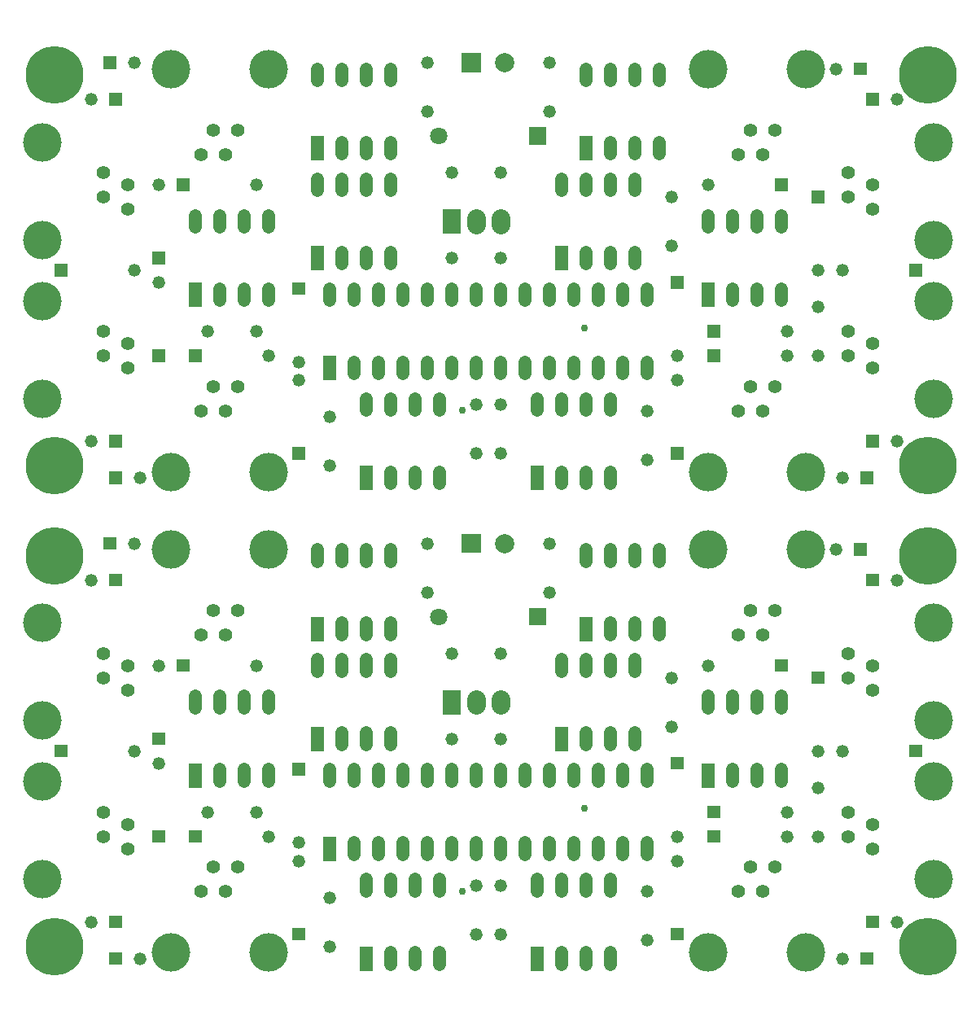
<source format=gbs>
%FSLAX24Y24*%
%MOIN*%
%ADD10C,0.0300*%
%ADD11C,0.0520*%
%ADD12C,0.0551*%
%ADD13C,0.0709*%
%ADD14C,0.0750*%
%ADD15C,0.0787*%
%ADD16C,0.1575*%
%ADD17C,0.2362*%
D10*
G01X23447Y7648D03*
X18424Y4263D03*
X23447Y27333D03*
X18424Y23948D03*
D11*
G01X17000Y18500D03*
X17000Y16500D03*
X8000Y7500D03*
X10000Y7500D03*
X10500Y6500D03*
X33000Y6500D03*
X33000Y8500D03*
X28500Y13500D03*
X22000Y18500D03*
X22000Y16500D03*
X20000Y14000D03*
X18000Y14000D03*
X20000Y4500D03*
X20000Y2500D03*
X13000Y4000D03*
X13000Y2000D03*
X27000Y11000D03*
X27000Y13000D03*
X26000Y4250D03*
X26000Y2250D03*
X25500Y18240D02*
X25500Y17760D01*
X26500Y18240D02*
X26500Y17760D01*
X23500Y18240D02*
X23500Y17760D01*
X24500Y15240D02*
X24500Y14760D01*
X25500Y15240D02*
X25500Y14760D01*
X26500Y15240D02*
X26500Y14760D01*
X24500Y18240D02*
X24500Y17760D01*
X30500Y12240D02*
X30500Y11760D01*
X31500Y12240D02*
X31500Y11760D01*
X28500Y12240D02*
X28500Y11760D01*
X29500Y9240D02*
X29500Y8760D01*
X30500Y9240D02*
X30500Y8760D01*
X31500Y9240D02*
X31500Y8760D01*
X29500Y12240D02*
X29500Y11760D01*
X33000Y10000D03*
X31750Y7500D03*
X31750Y6500D03*
X23500Y4740D02*
X23500Y4260D01*
X24500Y4740D02*
X24500Y4260D01*
X21500Y4740D02*
X21500Y4260D01*
X22500Y1740D02*
X22500Y1260D01*
X23500Y1740D02*
X23500Y1260D01*
X24500Y1740D02*
X24500Y1260D01*
X22500Y4740D02*
X22500Y4260D01*
X24500Y13740D02*
X24500Y13260D01*
X25500Y13740D02*
X25500Y13260D01*
X22500Y13740D02*
X22500Y13260D01*
X23500Y10740D02*
X23500Y10260D01*
X24500Y10740D02*
X24500Y10260D01*
X25500Y10740D02*
X25500Y10260D01*
X23500Y13740D02*
X23500Y13260D01*
X10000Y13500D03*
X6000Y13500D03*
X6000Y9500D03*
X9500Y12240D02*
X9500Y11760D01*
X10500Y12240D02*
X10500Y11760D01*
X7500Y12240D02*
X7500Y11760D01*
X8500Y9240D02*
X8500Y8760D01*
X9500Y9240D02*
X9500Y8760D01*
X10500Y9240D02*
X10500Y8760D01*
X8500Y12240D02*
X8500Y11760D01*
X14500Y18240D02*
X14500Y17760D01*
X15500Y18240D02*
X15500Y17760D01*
X12500Y18240D02*
X12500Y17760D01*
X13500Y15240D02*
X13500Y14760D01*
X14500Y15240D02*
X14500Y14760D01*
X15500Y15240D02*
X15500Y14760D01*
X13500Y18240D02*
X13500Y17760D01*
X14500Y13740D02*
X14500Y13260D01*
X15500Y13740D02*
X15500Y13260D01*
X12500Y13740D02*
X12500Y13260D01*
X13500Y10740D02*
X13500Y10260D01*
X14500Y10740D02*
X14500Y10260D01*
X15500Y10740D02*
X15500Y10260D01*
X13500Y13740D02*
X13500Y13260D01*
X16500Y4740D02*
X16500Y4260D01*
X17500Y4740D02*
X17500Y4260D01*
X14500Y4740D02*
X14500Y4260D01*
X15500Y1740D02*
X15500Y1260D01*
X16500Y1740D02*
X16500Y1260D01*
X17500Y1740D02*
X17500Y1260D01*
X15500Y4740D02*
X15500Y4260D01*
X18000Y10500D03*
X20000Y10500D03*
X19000Y9240D02*
X19000Y8760D01*
X22000Y9240D02*
X22000Y8760D01*
X16000Y9240D02*
X16000Y8760D01*
X24000Y9240D02*
X24000Y8760D01*
X13000Y9240D02*
X13000Y8760D01*
X20000Y6240D02*
X20000Y5760D01*
X23000Y9240D02*
X23000Y8760D01*
X26000Y6240D02*
X26000Y5760D01*
X24000Y6240D02*
X24000Y5760D01*
X14000Y6240D02*
X14000Y5760D01*
X23000Y6240D02*
X23000Y5760D01*
X21000Y6240D02*
X21000Y5760D01*
X18000Y9240D02*
X18000Y8760D01*
X17000Y6240D02*
X17000Y5760D01*
X17000Y9240D02*
X17000Y8760D01*
X25000Y9240D02*
X25000Y8760D01*
X25000Y6240D02*
X25000Y5760D01*
X22000Y6240D02*
X22000Y5760D01*
X16000Y6240D02*
X16000Y5760D01*
X20000Y9240D02*
X20000Y8760D01*
X26000Y9240D02*
X26000Y8760D01*
X15000Y9240D02*
X15000Y8760D01*
X15000Y6240D02*
X15000Y5760D01*
X14000Y9240D02*
X14000Y8760D01*
X19000Y6240D02*
X19000Y5760D01*
X21000Y9240D02*
X21000Y8760D01*
X18000Y6240D02*
X18000Y5760D01*
X19000Y4500D03*
X19000Y2500D03*
X5000Y18500D03*
X3250Y17000D03*
X3250Y3000D03*
X5250Y1500D03*
X11750Y5500D03*
X5000Y10000D03*
X11750Y6250D03*
X33750Y18250D03*
X36250Y17000D03*
X36250Y3000D03*
X34000Y1500D03*
X34000Y10000D03*
X27250Y5500D03*
X27250Y6500D03*
X17000Y38185D03*
X17000Y36185D03*
X8000Y27185D03*
X10000Y27185D03*
X10500Y26185D03*
X33000Y26185D03*
X33000Y28185D03*
X28500Y33185D03*
X22000Y38185D03*
X22000Y36185D03*
X20000Y33685D03*
X18000Y33685D03*
X20000Y24185D03*
X20000Y22185D03*
X13000Y23685D03*
X13000Y21685D03*
X27000Y30685D03*
X27000Y32685D03*
X26000Y23935D03*
X26000Y21935D03*
X25500Y37925D02*
X25500Y37445D01*
X26500Y37925D02*
X26500Y37445D01*
X23500Y37925D02*
X23500Y37445D01*
X24500Y34925D02*
X24500Y34445D01*
X25500Y34925D02*
X25500Y34445D01*
X26500Y34925D02*
X26500Y34445D01*
X24500Y37925D02*
X24500Y37445D01*
X30500Y31925D02*
X30500Y31445D01*
X31500Y31925D02*
X31500Y31445D01*
X28500Y31925D02*
X28500Y31445D01*
X29500Y28925D02*
X29500Y28445D01*
X30500Y28925D02*
X30500Y28445D01*
X31500Y28925D02*
X31500Y28445D01*
X29500Y31925D02*
X29500Y31445D01*
X33000Y29685D03*
X31750Y27185D03*
X31750Y26185D03*
X23500Y24425D02*
X23500Y23945D01*
X24500Y24425D02*
X24500Y23945D01*
X21500Y24425D02*
X21500Y23945D01*
X22500Y21425D02*
X22500Y20945D01*
X23500Y21425D02*
X23500Y20945D01*
X24500Y21425D02*
X24500Y20945D01*
X22500Y24425D02*
X22500Y23945D01*
X24500Y33425D02*
X24500Y32945D01*
X25500Y33425D02*
X25500Y32945D01*
X22500Y33425D02*
X22500Y32945D01*
X23500Y30425D02*
X23500Y29945D01*
X24500Y30425D02*
X24500Y29945D01*
X25500Y30425D02*
X25500Y29945D01*
X23500Y33425D02*
X23500Y32945D01*
X10000Y33185D03*
X6000Y33185D03*
X6000Y29185D03*
X9500Y31925D02*
X9500Y31445D01*
X10500Y31925D02*
X10500Y31445D01*
X7500Y31925D02*
X7500Y31445D01*
X8500Y28925D02*
X8500Y28445D01*
X9500Y28925D02*
X9500Y28445D01*
X10500Y28925D02*
X10500Y28445D01*
X8500Y31925D02*
X8500Y31445D01*
X14500Y37925D02*
X14500Y37445D01*
X15500Y37925D02*
X15500Y37445D01*
X12500Y37925D02*
X12500Y37445D01*
X13500Y34925D02*
X13500Y34445D01*
X14500Y34925D02*
X14500Y34445D01*
X15500Y34925D02*
X15500Y34445D01*
X13500Y37925D02*
X13500Y37445D01*
X14500Y33425D02*
X14500Y32945D01*
X15500Y33425D02*
X15500Y32945D01*
X12500Y33425D02*
X12500Y32945D01*
X13500Y30425D02*
X13500Y29945D01*
X14500Y30425D02*
X14500Y29945D01*
X15500Y30425D02*
X15500Y29945D01*
X13500Y33425D02*
X13500Y32945D01*
X16500Y24425D02*
X16500Y23945D01*
X17500Y24425D02*
X17500Y23945D01*
X14500Y24425D02*
X14500Y23945D01*
X15500Y21425D02*
X15500Y20945D01*
X16500Y21425D02*
X16500Y20945D01*
X17500Y21425D02*
X17500Y20945D01*
X15500Y24425D02*
X15500Y23945D01*
X18000Y30185D03*
X20000Y30185D03*
X19000Y28925D02*
X19000Y28445D01*
X22000Y28925D02*
X22000Y28445D01*
X16000Y28925D02*
X16000Y28445D01*
X24000Y28925D02*
X24000Y28445D01*
X13000Y28925D02*
X13000Y28445D01*
X20000Y25925D02*
X20000Y25445D01*
X23000Y28925D02*
X23000Y28445D01*
X26000Y25925D02*
X26000Y25445D01*
X24000Y25925D02*
X24000Y25445D01*
X14000Y25925D02*
X14000Y25445D01*
X23000Y25925D02*
X23000Y25445D01*
X21000Y25925D02*
X21000Y25445D01*
X18000Y28925D02*
X18000Y28445D01*
X17000Y25925D02*
X17000Y25445D01*
X17000Y28925D02*
X17000Y28445D01*
X25000Y28925D02*
X25000Y28445D01*
X25000Y25925D02*
X25000Y25445D01*
X22000Y25925D02*
X22000Y25445D01*
X16000Y25925D02*
X16000Y25445D01*
X20000Y28925D02*
X20000Y28445D01*
X26000Y28925D02*
X26000Y28445D01*
X15000Y28925D02*
X15000Y28445D01*
X15000Y25925D02*
X15000Y25445D01*
X14000Y28925D02*
X14000Y28445D01*
X19000Y25925D02*
X19000Y25445D01*
X21000Y28925D02*
X21000Y28445D01*
X18000Y25925D02*
X18000Y25445D01*
X19000Y24185D03*
X19000Y22185D03*
X5000Y38185D03*
X3250Y36685D03*
X3250Y22685D03*
X5250Y21185D03*
X11750Y25185D03*
X5000Y29685D03*
X11750Y25935D03*
X33750Y37935D03*
X36250Y36685D03*
X36250Y22685D03*
X34000Y21185D03*
X34000Y29685D03*
X27250Y25185D03*
X27250Y26185D03*
D12*
G01X8250Y5250D03*
X7750Y4250D03*
X9250Y5250D03*
X8750Y4250D03*
X30750Y14750D03*
X31250Y15750D03*
X29750Y14750D03*
X30250Y15750D03*
X34250Y13000D03*
X35250Y12500D03*
X34250Y14000D03*
X35250Y13500D03*
X34250Y6500D03*
X35250Y6000D03*
X34250Y7500D03*
X35250Y7000D03*
X30250Y5250D03*
X29750Y4250D03*
X31250Y5250D03*
X30750Y4250D03*
X4750Y7000D03*
X3750Y7500D03*
X4750Y6000D03*
X3750Y6500D03*
X4750Y13500D03*
X3750Y14000D03*
X4750Y12500D03*
X3750Y13000D03*
X8750Y14750D03*
X9250Y15750D03*
X7750Y14750D03*
X8250Y15750D03*
X8250Y24935D03*
X7750Y23935D03*
X9250Y24935D03*
X8750Y23935D03*
X30750Y34435D03*
X31250Y35435D03*
X29750Y34435D03*
X30250Y35435D03*
X34250Y32685D03*
X35250Y32185D03*
X34250Y33685D03*
X35250Y33185D03*
X34250Y26185D03*
X35250Y25685D03*
X34250Y27185D03*
X35250Y26685D03*
X30250Y24935D03*
X29750Y23935D03*
X31250Y24935D03*
X30750Y23935D03*
X4750Y26685D03*
X3750Y27185D03*
X4750Y25685D03*
X3750Y26185D03*
X4750Y33185D03*
X3750Y33685D03*
X4750Y32185D03*
X3750Y32685D03*
X8750Y34435D03*
X9250Y35435D03*
X7750Y34435D03*
X8250Y35435D03*
D13*
G01X17487Y15500D03*
X17487Y35185D03*
D14*
G01X20000Y12125D02*
X20000Y11875D01*
X19000Y12125D02*
X19000Y11875D01*
X20000Y31810D02*
X20000Y31560D01*
X19000Y31810D02*
X19000Y31560D01*
D15*
G01X20189Y18500D03*
X20189Y38185D03*
D16*
G01X10500Y1750D03*
X6500Y1750D03*
X28500Y18250D03*
X32500Y18250D03*
X37750Y15250D03*
X37750Y11250D03*
X37750Y8750D03*
X37750Y4750D03*
X32500Y1750D03*
X28500Y1750D03*
X1250Y4750D03*
X1250Y8750D03*
X1250Y11250D03*
X1250Y15250D03*
X6500Y18250D03*
X10500Y18250D03*
X10500Y21435D03*
X6500Y21435D03*
X28500Y37935D03*
X32500Y37935D03*
X37750Y34935D03*
X37750Y30935D03*
X37750Y28435D03*
X37750Y24435D03*
X32500Y21435D03*
X28500Y21435D03*
X1250Y24435D03*
X1250Y28435D03*
X1250Y30935D03*
X1250Y34935D03*
X6500Y37935D03*
X10500Y37935D03*
D17*
G01X1750Y18000D03*
X37500Y18000D03*
X1750Y2000D03*
X37500Y2000D03*
X1750Y37685D03*
X37500Y37685D03*
X1750Y21685D03*
X37500Y21685D03*
G36*
X21157Y15145D02*
X21866Y15145D01*
X21866Y15854D01*
X21157Y15854D01*
X21157Y15145D01*
G37*
G36*
X7760Y6760D02*
X7240Y6760D01*
X7240Y6240D01*
X7760Y6240D01*
X7760Y6760D01*
G37*
G36*
X19204Y18893D02*
X18417Y18893D01*
X18417Y18106D01*
X19204Y18106D01*
X19204Y18893D01*
G37*
G36*
X31240Y13240D02*
X31760Y13240D01*
X31760Y13760D01*
X31240Y13760D01*
X31240Y13240D01*
G37*
G36*
X18375Y12500D02*
X17625Y12500D01*
X17625Y11500D01*
X18375Y11500D01*
X18375Y12500D01*
G37*
G36*
X23760Y15500D02*
X23240Y15500D01*
X23240Y14500D01*
X23760Y14500D01*
X23760Y15500D01*
G37*
G36*
X28760Y9500D02*
X28240Y9500D01*
X28240Y8500D01*
X28760Y8500D01*
X28760Y9500D01*
G37*
G36*
X33260Y12740D02*
X33260Y13260D01*
X32740Y13260D01*
X32740Y12740D01*
X33260Y12740D01*
G37*
G36*
X29010Y7760D02*
X28490Y7760D01*
X28490Y7240D01*
X29010Y7240D01*
X29010Y7760D01*
G37*
G36*
X29010Y6760D02*
X28490Y6760D01*
X28490Y6240D01*
X29010Y6240D01*
X29010Y6760D01*
G37*
G36*
X21760Y2000D02*
X21240Y2000D01*
X21240Y1000D01*
X21760Y1000D01*
X21760Y2000D01*
G37*
G36*
X22760Y11000D02*
X22240Y11000D01*
X22240Y10000D01*
X22760Y10000D01*
X22760Y11000D01*
G37*
G36*
X7260Y13760D02*
X6740Y13760D01*
X6740Y13240D01*
X7260Y13240D01*
X7260Y13760D01*
G37*
G36*
X5740Y10760D02*
X5740Y10240D01*
X6260Y10240D01*
X6260Y10760D01*
X5740Y10760D01*
G37*
G36*
X5740Y6760D02*
X5740Y6240D01*
X6260Y6240D01*
X6260Y6760D01*
X5740Y6760D01*
G37*
G36*
X7760Y9500D02*
X7240Y9500D01*
X7240Y8500D01*
X7760Y8500D01*
X7760Y9500D01*
G37*
G36*
X12760Y15500D02*
X12240Y15500D01*
X12240Y14500D01*
X12760Y14500D01*
X12760Y15500D01*
G37*
G36*
X12760Y11000D02*
X12240Y11000D01*
X12240Y10000D01*
X12760Y10000D01*
X12760Y11000D01*
G37*
G36*
X14760Y2000D02*
X14240Y2000D01*
X14240Y1000D01*
X14760Y1000D01*
X14760Y2000D01*
G37*
G36*
X13260Y6500D02*
X12740Y6500D01*
X12740Y5500D01*
X13260Y5500D01*
X13260Y6500D01*
G37*
G36*
X4260Y18760D02*
X3740Y18760D01*
X3740Y18240D01*
X4260Y18240D01*
X4260Y18760D01*
G37*
G36*
X3990Y16740D02*
X4510Y16740D01*
X4510Y17260D01*
X3990Y17260D01*
X3990Y16740D01*
G37*
G36*
X3990Y2740D02*
X4510Y2740D01*
X4510Y3260D01*
X3990Y3260D01*
X3990Y2740D01*
G37*
G36*
X4510Y1760D02*
X3990Y1760D01*
X3990Y1240D01*
X4510Y1240D01*
X4510Y1760D01*
G37*
G36*
X11490Y2760D02*
X11490Y2240D01*
X12010Y2240D01*
X12010Y2760D01*
X11490Y2760D01*
G37*
G36*
X2260Y10260D02*
X1740Y10260D01*
X1740Y9740D01*
X2260Y9740D01*
X2260Y10260D01*
G37*
G36*
X12010Y8990D02*
X12010Y9510D01*
X11490Y9510D01*
X11490Y8990D01*
X12010Y8990D01*
G37*
G36*
X34490Y17990D02*
X35010Y17990D01*
X35010Y18510D01*
X34490Y18510D01*
X34490Y17990D01*
G37*
G36*
X35510Y17260D02*
X34990Y17260D01*
X34990Y16740D01*
X35510Y16740D01*
X35510Y17260D01*
G37*
G36*
X35510Y3260D02*
X34990Y3260D01*
X34990Y2740D01*
X35510Y2740D01*
X35510Y3260D01*
G37*
G36*
X34740Y1240D02*
X35260Y1240D01*
X35260Y1760D01*
X34740Y1760D01*
X34740Y1240D01*
G37*
G36*
X36740Y9740D02*
X37260Y9740D01*
X37260Y10260D01*
X36740Y10260D01*
X36740Y9740D01*
G37*
G36*
X26990Y2760D02*
X26990Y2240D01*
X27510Y2240D01*
X27510Y2760D01*
X26990Y2760D01*
G37*
G36*
X27510Y9240D02*
X27510Y9760D01*
X26990Y9760D01*
X26990Y9240D01*
X27510Y9240D01*
G37*
G36*
X21157Y34830D02*
X21866Y34830D01*
X21866Y35539D01*
X21157Y35539D01*
X21157Y34830D01*
G37*
G36*
X7760Y26445D02*
X7240Y26445D01*
X7240Y25925D01*
X7760Y25925D01*
X7760Y26445D01*
G37*
G36*
X19204Y38578D02*
X18417Y38578D01*
X18417Y37791D01*
X19204Y37791D01*
X19204Y38578D01*
G37*
G36*
X31240Y32925D02*
X31760Y32925D01*
X31760Y33445D01*
X31240Y33445D01*
X31240Y32925D01*
G37*
G36*
X18375Y32185D02*
X17625Y32185D01*
X17625Y31185D01*
X18375Y31185D01*
X18375Y32185D01*
G37*
G36*
X23760Y35185D02*
X23240Y35185D01*
X23240Y34185D01*
X23760Y34185D01*
X23760Y35185D01*
G37*
G36*
X28760Y29185D02*
X28240Y29185D01*
X28240Y28185D01*
X28760Y28185D01*
X28760Y29185D01*
G37*
G36*
X33260Y32425D02*
X33260Y32945D01*
X32740Y32945D01*
X32740Y32425D01*
X33260Y32425D01*
G37*
G36*
X29010Y27445D02*
X28490Y27445D01*
X28490Y26925D01*
X29010Y26925D01*
X29010Y27445D01*
G37*
G36*
X29010Y26445D02*
X28490Y26445D01*
X28490Y25925D01*
X29010Y25925D01*
X29010Y26445D01*
G37*
G36*
X21760Y21685D02*
X21240Y21685D01*
X21240Y20685D01*
X21760Y20685D01*
X21760Y21685D01*
G37*
G36*
X22760Y30685D02*
X22240Y30685D01*
X22240Y29685D01*
X22760Y29685D01*
X22760Y30685D01*
G37*
G36*
X7260Y33445D02*
X6740Y33445D01*
X6740Y32925D01*
X7260Y32925D01*
X7260Y33445D01*
G37*
G36*
X5740Y30445D02*
X5740Y29925D01*
X6260Y29925D01*
X6260Y30445D01*
X5740Y30445D01*
G37*
G36*
X5740Y26445D02*
X5740Y25925D01*
X6260Y25925D01*
X6260Y26445D01*
X5740Y26445D01*
G37*
G36*
X7760Y29185D02*
X7240Y29185D01*
X7240Y28185D01*
X7760Y28185D01*
X7760Y29185D01*
G37*
G36*
X12760Y35185D02*
X12240Y35185D01*
X12240Y34185D01*
X12760Y34185D01*
X12760Y35185D01*
G37*
G36*
X12760Y30685D02*
X12240Y30685D01*
X12240Y29685D01*
X12760Y29685D01*
X12760Y30685D01*
G37*
G36*
X14760Y21685D02*
X14240Y21685D01*
X14240Y20685D01*
X14760Y20685D01*
X14760Y21685D01*
G37*
G36*
X13260Y26185D02*
X12740Y26185D01*
X12740Y25185D01*
X13260Y25185D01*
X13260Y26185D01*
G37*
G36*
X4260Y38445D02*
X3740Y38445D01*
X3740Y37925D01*
X4260Y37925D01*
X4260Y38445D01*
G37*
G36*
X3990Y36425D02*
X4510Y36425D01*
X4510Y36945D01*
X3990Y36945D01*
X3990Y36425D01*
G37*
G36*
X3990Y22425D02*
X4510Y22425D01*
X4510Y22945D01*
X3990Y22945D01*
X3990Y22425D01*
G37*
G36*
X4510Y21445D02*
X3990Y21445D01*
X3990Y20925D01*
X4510Y20925D01*
X4510Y21445D01*
G37*
G36*
X11490Y22445D02*
X11490Y21925D01*
X12010Y21925D01*
X12010Y22445D01*
X11490Y22445D01*
G37*
G36*
X2260Y29945D02*
X1740Y29945D01*
X1740Y29425D01*
X2260Y29425D01*
X2260Y29945D01*
G37*
G36*
X12010Y28675D02*
X12010Y29195D01*
X11490Y29195D01*
X11490Y28675D01*
X12010Y28675D01*
G37*
G36*
X34490Y37675D02*
X35010Y37675D01*
X35010Y38195D01*
X34490Y38195D01*
X34490Y37675D01*
G37*
G36*
X35510Y36945D02*
X34990Y36945D01*
X34990Y36425D01*
X35510Y36425D01*
X35510Y36945D01*
G37*
G36*
X35510Y22945D02*
X34990Y22945D01*
X34990Y22425D01*
X35510Y22425D01*
X35510Y22945D01*
G37*
G36*
X34740Y20925D02*
X35260Y20925D01*
X35260Y21445D01*
X34740Y21445D01*
X34740Y20925D01*
G37*
G36*
X36740Y29425D02*
X37260Y29425D01*
X37260Y29945D01*
X36740Y29945D01*
X36740Y29425D01*
G37*
G36*
X26990Y22445D02*
X26990Y21925D01*
X27510Y21925D01*
X27510Y22445D01*
X26990Y22445D01*
G37*
G36*
X27510Y28925D02*
X27510Y29445D01*
X26990Y29445D01*
X26990Y28925D01*
X27510Y28925D01*
G37*
M02*

</source>
